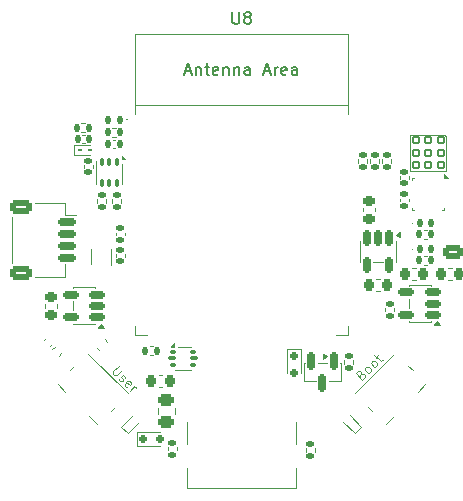
<source format=gbr>
%TF.GenerationSoftware,KiCad,Pcbnew,9.0.6*%
%TF.CreationDate,2026-01-06T14:18:23+01:00*%
%TF.ProjectId,EnviroLind,456e7669-726f-44c6-996e-642e6b696361,rev?*%
%TF.SameCoordinates,Original*%
%TF.FileFunction,Legend,Top*%
%TF.FilePolarity,Positive*%
%FSLAX46Y46*%
G04 Gerber Fmt 4.6, Leading zero omitted, Abs format (unit mm)*
G04 Created by KiCad (PCBNEW 9.0.6) date 2026-01-06 14:18:23*
%MOMM*%
%LPD*%
G01*
G04 APERTURE LIST*
G04 Aperture macros list*
%AMRoundRect*
0 Rectangle with rounded corners*
0 $1 Rounding radius*
0 $2 $3 $4 $5 $6 $7 $8 $9 X,Y pos of 4 corners*
0 Add a 4 corners polygon primitive as box body*
4,1,4,$2,$3,$4,$5,$6,$7,$8,$9,$2,$3,0*
0 Add four circle primitives for the rounded corners*
1,1,$1+$1,$2,$3*
1,1,$1+$1,$4,$5*
1,1,$1+$1,$6,$7*
1,1,$1+$1,$8,$9*
0 Add four rect primitives between the rounded corners*
20,1,$1+$1,$2,$3,$4,$5,0*
20,1,$1+$1,$4,$5,$6,$7,0*
20,1,$1+$1,$6,$7,$8,$9,0*
20,1,$1+$1,$8,$9,$2,$3,0*%
%AMRotRect*
0 Rectangle, with rotation*
0 The origin of the aperture is its center*
0 $1 length*
0 $2 width*
0 $3 Rotation angle, in degrees counterclockwise*
0 Add horizontal line*
21,1,$1,$2,0,0,$3*%
G04 Aperture macros list end*
%ADD10C,0.100000*%
%ADD11C,0.150000*%
%ADD12C,0.120000*%
%ADD13RoundRect,0.135000X-0.135000X-0.185000X0.135000X-0.185000X0.135000X0.185000X-0.135000X0.185000X0*%
%ADD14RoundRect,0.243750X0.456250X-0.243750X0.456250X0.243750X-0.456250X0.243750X-0.456250X-0.243750X0*%
%ADD15RoundRect,0.140000X0.140000X0.170000X-0.140000X0.170000X-0.140000X-0.170000X0.140000X-0.170000X0*%
%ADD16RoundRect,0.135000X0.185000X-0.135000X0.185000X0.135000X-0.185000X0.135000X-0.185000X-0.135000X0*%
%ADD17RoundRect,0.225000X0.225000X0.250000X-0.225000X0.250000X-0.225000X-0.250000X0.225000X-0.250000X0*%
%ADD18RotRect,1.550000X1.000000X315.000000*%
%ADD19RoundRect,0.140000X0.170000X-0.140000X0.170000X0.140000X-0.170000X0.140000X-0.170000X-0.140000X0*%
%ADD20R,0.500000X0.350000*%
%ADD21R,1.200000X0.600000*%
%ADD22RoundRect,0.140000X-0.170000X0.140000X-0.170000X-0.140000X0.170000X-0.140000X0.170000X0.140000X0*%
%ADD23RoundRect,0.135000X0.135000X0.185000X-0.135000X0.185000X-0.135000X-0.185000X0.135000X-0.185000X0*%
%ADD24RoundRect,0.150000X0.150000X0.200000X-0.150000X0.200000X-0.150000X-0.200000X0.150000X-0.200000X0*%
%ADD25RoundRect,0.093750X-0.156250X-0.093750X0.156250X-0.093750X0.156250X0.093750X-0.156250X0.093750X0*%
%ADD26RoundRect,0.075000X-0.250000X-0.075000X0.250000X-0.075000X0.250000X0.075000X-0.250000X0.075000X0*%
%ADD27RoundRect,0.150000X0.200000X-0.150000X0.200000X0.150000X-0.200000X0.150000X-0.200000X-0.150000X0*%
%ADD28RoundRect,0.225000X-0.335876X-0.017678X-0.017678X-0.335876X0.335876X0.017678X0.017678X0.335876X0*%
%ADD29R,1.500000X0.900000*%
%ADD30R,0.800000X0.800000*%
%ADD31RoundRect,0.150000X0.512500X0.150000X-0.512500X0.150000X-0.512500X-0.150000X0.512500X-0.150000X0*%
%ADD32RoundRect,0.062500X-0.127279X0.038891X0.038891X-0.127279X0.127279X-0.038891X-0.038891X0.127279X0*%
%ADD33RoundRect,0.147500X0.147500X0.172500X-0.147500X0.172500X-0.147500X-0.172500X0.147500X-0.172500X0*%
%ADD34RoundRect,0.150000X-0.150000X0.587500X-0.150000X-0.587500X0.150000X-0.587500X0.150000X0.587500X0*%
%ADD35R,1.800000X1.000000*%
%ADD36RoundRect,0.225000X-0.225000X-0.250000X0.225000X-0.250000X0.225000X0.250000X-0.225000X0.250000X0*%
%ADD37RotRect,1.550000X1.000000X45.000000*%
%ADD38RoundRect,0.150000X-0.150000X0.512500X-0.150000X-0.512500X0.150000X-0.512500X0.150000X0.512500X0*%
%ADD39RoundRect,0.150000X-0.625000X0.150000X-0.625000X-0.150000X0.625000X-0.150000X0.625000X0.150000X0*%
%ADD40RoundRect,0.250000X-0.650000X0.350000X-0.650000X-0.350000X0.650000X-0.350000X0.650000X0.350000X0*%
%ADD41RoundRect,0.147500X-0.147500X-0.172500X0.147500X-0.172500X0.147500X0.172500X-0.147500X0.172500X0*%
%ADD42RoundRect,0.135000X-0.035355X0.226274X-0.226274X0.035355X0.035355X-0.226274X0.226274X-0.035355X0*%
%ADD43RoundRect,0.075000X-0.075000X0.250000X-0.075000X-0.250000X0.075000X-0.250000X0.075000X0.250000X0*%
%ADD44RoundRect,0.062500X0.038891X0.127279X-0.127279X-0.038891X-0.038891X-0.127279X0.127279X0.038891X0*%
%ADD45RoundRect,0.135000X-0.185000X0.135000X-0.185000X-0.135000X0.185000X-0.135000X0.185000X0.135000X0*%
%ADD46RoundRect,0.225000X0.250000X-0.225000X0.250000X0.225000X-0.250000X0.225000X-0.250000X-0.225000X0*%
%ADD47C,0.650000*%
%ADD48R,0.300000X1.150000*%
%ADD49O,1.000000X2.100000*%
%ADD50O,1.000000X1.600000*%
%ADD51RoundRect,0.062500X0.117500X0.062500X-0.117500X0.062500X-0.117500X-0.062500X0.117500X-0.062500X0*%
%ADD52RoundRect,0.070000X-0.280000X0.280000X-0.280000X-0.280000X0.280000X-0.280000X0.280000X0.280000X0*%
%ADD53RoundRect,0.140000X-0.021213X0.219203X-0.219203X0.021213X0.021213X-0.219203X0.219203X-0.021213X0*%
%ADD54RoundRect,0.250000X0.625000X-0.350000X0.625000X0.350000X-0.625000X0.350000X-0.625000X-0.350000X0*%
%ADD55O,1.750000X1.200000*%
G04 APERTURE END LIST*
D10*
X91193543Y-112269812D02*
X90735607Y-112727748D01*
X90735607Y-112727748D02*
X90708670Y-112808560D01*
X90708670Y-112808560D02*
X90708670Y-112862435D01*
X90708670Y-112862435D02*
X90735607Y-112943247D01*
X90735607Y-112943247D02*
X90843357Y-113050997D01*
X90843357Y-113050997D02*
X90924169Y-113077934D01*
X90924169Y-113077934D02*
X90978044Y-113077934D01*
X90978044Y-113077934D02*
X91058856Y-113050997D01*
X91058856Y-113050997D02*
X91516792Y-112593061D01*
X91220480Y-113374245D02*
X91247418Y-113455058D01*
X91247418Y-113455058D02*
X91355167Y-113562807D01*
X91355167Y-113562807D02*
X91435980Y-113589745D01*
X91435980Y-113589745D02*
X91516792Y-113562807D01*
X91516792Y-113562807D02*
X91543729Y-113535870D01*
X91543729Y-113535870D02*
X91570667Y-113455058D01*
X91570667Y-113455058D02*
X91543729Y-113374245D01*
X91543729Y-113374245D02*
X91462917Y-113293433D01*
X91462917Y-113293433D02*
X91435980Y-113212621D01*
X91435980Y-113212621D02*
X91462917Y-113131809D01*
X91462917Y-113131809D02*
X91489854Y-113104871D01*
X91489854Y-113104871D02*
X91570667Y-113077934D01*
X91570667Y-113077934D02*
X91651479Y-113104871D01*
X91651479Y-113104871D02*
X91732291Y-113185684D01*
X91732291Y-113185684D02*
X91759228Y-113266496D01*
X91920853Y-114074618D02*
X91840041Y-114047680D01*
X91840041Y-114047680D02*
X91732291Y-113939931D01*
X91732291Y-113939931D02*
X91705354Y-113859119D01*
X91705354Y-113859119D02*
X91732291Y-113778306D01*
X91732291Y-113778306D02*
X91947790Y-113562807D01*
X91947790Y-113562807D02*
X92028602Y-113535870D01*
X92028602Y-113535870D02*
X92109415Y-113562807D01*
X92109415Y-113562807D02*
X92217164Y-113670557D01*
X92217164Y-113670557D02*
X92244102Y-113751369D01*
X92244102Y-113751369D02*
X92217164Y-113832181D01*
X92217164Y-113832181D02*
X92163289Y-113886056D01*
X92163289Y-113886056D02*
X91840041Y-113670557D01*
X92163289Y-114370929D02*
X92540413Y-113993805D01*
X92432663Y-114101555D02*
X92513475Y-114074618D01*
X92513475Y-114074618D02*
X92567350Y-114074618D01*
X92567350Y-114074618D02*
X92648162Y-114101555D01*
X92648162Y-114101555D02*
X92702037Y-114155430D01*
D11*
X100838095Y-82333819D02*
X100838095Y-83143342D01*
X100838095Y-83143342D02*
X100885714Y-83238580D01*
X100885714Y-83238580D02*
X100933333Y-83286200D01*
X100933333Y-83286200D02*
X101028571Y-83333819D01*
X101028571Y-83333819D02*
X101219047Y-83333819D01*
X101219047Y-83333819D02*
X101314285Y-83286200D01*
X101314285Y-83286200D02*
X101361904Y-83238580D01*
X101361904Y-83238580D02*
X101409523Y-83143342D01*
X101409523Y-83143342D02*
X101409523Y-82333819D01*
X102028571Y-82762390D02*
X101933333Y-82714771D01*
X101933333Y-82714771D02*
X101885714Y-82667152D01*
X101885714Y-82667152D02*
X101838095Y-82571914D01*
X101838095Y-82571914D02*
X101838095Y-82524295D01*
X101838095Y-82524295D02*
X101885714Y-82429057D01*
X101885714Y-82429057D02*
X101933333Y-82381438D01*
X101933333Y-82381438D02*
X102028571Y-82333819D01*
X102028571Y-82333819D02*
X102219047Y-82333819D01*
X102219047Y-82333819D02*
X102314285Y-82381438D01*
X102314285Y-82381438D02*
X102361904Y-82429057D01*
X102361904Y-82429057D02*
X102409523Y-82524295D01*
X102409523Y-82524295D02*
X102409523Y-82571914D01*
X102409523Y-82571914D02*
X102361904Y-82667152D01*
X102361904Y-82667152D02*
X102314285Y-82714771D01*
X102314285Y-82714771D02*
X102219047Y-82762390D01*
X102219047Y-82762390D02*
X102028571Y-82762390D01*
X102028571Y-82762390D02*
X101933333Y-82810009D01*
X101933333Y-82810009D02*
X101885714Y-82857628D01*
X101885714Y-82857628D02*
X101838095Y-82952866D01*
X101838095Y-82952866D02*
X101838095Y-83143342D01*
X101838095Y-83143342D02*
X101885714Y-83238580D01*
X101885714Y-83238580D02*
X101933333Y-83286200D01*
X101933333Y-83286200D02*
X102028571Y-83333819D01*
X102028571Y-83333819D02*
X102219047Y-83333819D01*
X102219047Y-83333819D02*
X102314285Y-83286200D01*
X102314285Y-83286200D02*
X102361904Y-83238580D01*
X102361904Y-83238580D02*
X102409523Y-83143342D01*
X102409523Y-83143342D02*
X102409523Y-82952866D01*
X102409523Y-82952866D02*
X102361904Y-82857628D01*
X102361904Y-82857628D02*
X102314285Y-82810009D01*
X102314285Y-82810009D02*
X102219047Y-82762390D01*
X96838094Y-87348104D02*
X97314284Y-87348104D01*
X96742856Y-87633819D02*
X97076189Y-86633819D01*
X97076189Y-86633819D02*
X97409522Y-87633819D01*
X97742856Y-86967152D02*
X97742856Y-87633819D01*
X97742856Y-87062390D02*
X97790475Y-87014771D01*
X97790475Y-87014771D02*
X97885713Y-86967152D01*
X97885713Y-86967152D02*
X98028570Y-86967152D01*
X98028570Y-86967152D02*
X98123808Y-87014771D01*
X98123808Y-87014771D02*
X98171427Y-87110009D01*
X98171427Y-87110009D02*
X98171427Y-87633819D01*
X98504761Y-86967152D02*
X98885713Y-86967152D01*
X98647618Y-86633819D02*
X98647618Y-87490961D01*
X98647618Y-87490961D02*
X98695237Y-87586200D01*
X98695237Y-87586200D02*
X98790475Y-87633819D01*
X98790475Y-87633819D02*
X98885713Y-87633819D01*
X99599999Y-87586200D02*
X99504761Y-87633819D01*
X99504761Y-87633819D02*
X99314285Y-87633819D01*
X99314285Y-87633819D02*
X99219047Y-87586200D01*
X99219047Y-87586200D02*
X99171428Y-87490961D01*
X99171428Y-87490961D02*
X99171428Y-87110009D01*
X99171428Y-87110009D02*
X99219047Y-87014771D01*
X99219047Y-87014771D02*
X99314285Y-86967152D01*
X99314285Y-86967152D02*
X99504761Y-86967152D01*
X99504761Y-86967152D02*
X99599999Y-87014771D01*
X99599999Y-87014771D02*
X99647618Y-87110009D01*
X99647618Y-87110009D02*
X99647618Y-87205247D01*
X99647618Y-87205247D02*
X99171428Y-87300485D01*
X100076190Y-86967152D02*
X100076190Y-87633819D01*
X100076190Y-87062390D02*
X100123809Y-87014771D01*
X100123809Y-87014771D02*
X100219047Y-86967152D01*
X100219047Y-86967152D02*
X100361904Y-86967152D01*
X100361904Y-86967152D02*
X100457142Y-87014771D01*
X100457142Y-87014771D02*
X100504761Y-87110009D01*
X100504761Y-87110009D02*
X100504761Y-87633819D01*
X100980952Y-86967152D02*
X100980952Y-87633819D01*
X100980952Y-87062390D02*
X101028571Y-87014771D01*
X101028571Y-87014771D02*
X101123809Y-86967152D01*
X101123809Y-86967152D02*
X101266666Y-86967152D01*
X101266666Y-86967152D02*
X101361904Y-87014771D01*
X101361904Y-87014771D02*
X101409523Y-87110009D01*
X101409523Y-87110009D02*
X101409523Y-87633819D01*
X102314285Y-87633819D02*
X102314285Y-87110009D01*
X102314285Y-87110009D02*
X102266666Y-87014771D01*
X102266666Y-87014771D02*
X102171428Y-86967152D01*
X102171428Y-86967152D02*
X101980952Y-86967152D01*
X101980952Y-86967152D02*
X101885714Y-87014771D01*
X102314285Y-87586200D02*
X102219047Y-87633819D01*
X102219047Y-87633819D02*
X101980952Y-87633819D01*
X101980952Y-87633819D02*
X101885714Y-87586200D01*
X101885714Y-87586200D02*
X101838095Y-87490961D01*
X101838095Y-87490961D02*
X101838095Y-87395723D01*
X101838095Y-87395723D02*
X101885714Y-87300485D01*
X101885714Y-87300485D02*
X101980952Y-87252866D01*
X101980952Y-87252866D02*
X102219047Y-87252866D01*
X102219047Y-87252866D02*
X102314285Y-87205247D01*
X103504762Y-87348104D02*
X103980952Y-87348104D01*
X103409524Y-87633819D02*
X103742857Y-86633819D01*
X103742857Y-86633819D02*
X104076190Y-87633819D01*
X104409524Y-87633819D02*
X104409524Y-86967152D01*
X104409524Y-87157628D02*
X104457143Y-87062390D01*
X104457143Y-87062390D02*
X104504762Y-87014771D01*
X104504762Y-87014771D02*
X104600000Y-86967152D01*
X104600000Y-86967152D02*
X104695238Y-86967152D01*
X105409524Y-87586200D02*
X105314286Y-87633819D01*
X105314286Y-87633819D02*
X105123810Y-87633819D01*
X105123810Y-87633819D02*
X105028572Y-87586200D01*
X105028572Y-87586200D02*
X104980953Y-87490961D01*
X104980953Y-87490961D02*
X104980953Y-87110009D01*
X104980953Y-87110009D02*
X105028572Y-87014771D01*
X105028572Y-87014771D02*
X105123810Y-86967152D01*
X105123810Y-86967152D02*
X105314286Y-86967152D01*
X105314286Y-86967152D02*
X105409524Y-87014771D01*
X105409524Y-87014771D02*
X105457143Y-87110009D01*
X105457143Y-87110009D02*
X105457143Y-87205247D01*
X105457143Y-87205247D02*
X104980953Y-87300485D01*
X106314286Y-87633819D02*
X106314286Y-87110009D01*
X106314286Y-87110009D02*
X106266667Y-87014771D01*
X106266667Y-87014771D02*
X106171429Y-86967152D01*
X106171429Y-86967152D02*
X105980953Y-86967152D01*
X105980953Y-86967152D02*
X105885715Y-87014771D01*
X106314286Y-87586200D02*
X106219048Y-87633819D01*
X106219048Y-87633819D02*
X105980953Y-87633819D01*
X105980953Y-87633819D02*
X105885715Y-87586200D01*
X105885715Y-87586200D02*
X105838096Y-87490961D01*
X105838096Y-87490961D02*
X105838096Y-87395723D01*
X105838096Y-87395723D02*
X105885715Y-87300485D01*
X105885715Y-87300485D02*
X105980953Y-87252866D01*
X105980953Y-87252866D02*
X106219048Y-87252866D01*
X106219048Y-87252866D02*
X106314286Y-87205247D01*
D10*
X111723679Y-112989737D02*
X111831429Y-112935862D01*
X111831429Y-112935862D02*
X111885303Y-112935862D01*
X111885303Y-112935862D02*
X111966116Y-112962800D01*
X111966116Y-112962800D02*
X112046928Y-113043612D01*
X112046928Y-113043612D02*
X112073865Y-113124424D01*
X112073865Y-113124424D02*
X112073865Y-113178299D01*
X112073865Y-113178299D02*
X112046928Y-113259111D01*
X112046928Y-113259111D02*
X111831429Y-113474610D01*
X111831429Y-113474610D02*
X111265743Y-112908925D01*
X111265743Y-112908925D02*
X111454305Y-112720363D01*
X111454305Y-112720363D02*
X111535117Y-112693426D01*
X111535117Y-112693426D02*
X111588992Y-112693426D01*
X111588992Y-112693426D02*
X111669804Y-112720363D01*
X111669804Y-112720363D02*
X111723679Y-112774238D01*
X111723679Y-112774238D02*
X111750616Y-112855050D01*
X111750616Y-112855050D02*
X111750616Y-112908925D01*
X111750616Y-112908925D02*
X111723679Y-112989737D01*
X111723679Y-112989737D02*
X111535117Y-113178299D01*
X112477926Y-112828113D02*
X112397114Y-112855050D01*
X112397114Y-112855050D02*
X112343239Y-112855050D01*
X112343239Y-112855050D02*
X112262427Y-112828113D01*
X112262427Y-112828113D02*
X112100803Y-112666488D01*
X112100803Y-112666488D02*
X112073865Y-112585676D01*
X112073865Y-112585676D02*
X112073865Y-112531801D01*
X112073865Y-112531801D02*
X112100803Y-112450989D01*
X112100803Y-112450989D02*
X112181615Y-112370177D01*
X112181615Y-112370177D02*
X112262427Y-112343239D01*
X112262427Y-112343239D02*
X112316302Y-112343239D01*
X112316302Y-112343239D02*
X112397114Y-112370177D01*
X112397114Y-112370177D02*
X112558738Y-112531801D01*
X112558738Y-112531801D02*
X112585676Y-112612613D01*
X112585676Y-112612613D02*
X112585676Y-112666488D01*
X112585676Y-112666488D02*
X112558738Y-112747300D01*
X112558738Y-112747300D02*
X112477926Y-112828113D01*
X112989737Y-112316302D02*
X112908925Y-112343239D01*
X112908925Y-112343239D02*
X112855050Y-112343239D01*
X112855050Y-112343239D02*
X112774238Y-112316302D01*
X112774238Y-112316302D02*
X112612614Y-112154677D01*
X112612614Y-112154677D02*
X112585676Y-112073865D01*
X112585676Y-112073865D02*
X112585676Y-112019990D01*
X112585676Y-112019990D02*
X112612614Y-111939178D01*
X112612614Y-111939178D02*
X112693426Y-111858366D01*
X112693426Y-111858366D02*
X112774238Y-111831428D01*
X112774238Y-111831428D02*
X112828113Y-111831428D01*
X112828113Y-111831428D02*
X112908925Y-111858366D01*
X112908925Y-111858366D02*
X113070549Y-112019990D01*
X113070549Y-112019990D02*
X113097487Y-112100802D01*
X113097487Y-112100802D02*
X113097487Y-112154677D01*
X113097487Y-112154677D02*
X113070549Y-112235489D01*
X113070549Y-112235489D02*
X112989737Y-112316302D01*
X112962800Y-111588991D02*
X113178299Y-111373492D01*
X112855051Y-111319617D02*
X113339924Y-111804491D01*
X113339924Y-111804491D02*
X113420736Y-111831428D01*
X113420736Y-111831428D02*
X113501548Y-111804491D01*
X113501548Y-111804491D02*
X113555423Y-111750616D01*
D12*
%TO.C,R12*%
X117018559Y-100762800D02*
X117325841Y-100762800D01*
X117018559Y-101522800D02*
X117325841Y-101522800D01*
%TO.C,FB1*%
X94540000Y-116336578D02*
X94540000Y-115819422D01*
X95960000Y-116336578D02*
X95960000Y-115819422D01*
%TO.C,C5*%
X88322036Y-92705600D02*
X88106364Y-92705600D01*
X88322036Y-93425600D02*
X88106364Y-93425600D01*
%TO.C,R2*%
X107058000Y-119559041D02*
X107058000Y-119251759D01*
X107818000Y-119559041D02*
X107818000Y-119251759D01*
%TO.C,C13*%
X119393580Y-104011000D02*
X119112420Y-104011000D01*
X119393580Y-105031000D02*
X119112420Y-105031000D01*
%TO.C,SW4*%
X86029705Y-113846894D02*
X86683778Y-114500967D01*
X87461596Y-112273581D02*
X87072687Y-112662490D01*
X88646000Y-111230599D02*
X91969401Y-114554000D01*
X88699033Y-116516222D02*
X89353106Y-117170295D01*
X90926419Y-115738404D02*
X90537510Y-116127313D01*
%TO.C,R5*%
X112523000Y-95070341D02*
X112523000Y-94763059D01*
X113283000Y-95070341D02*
X113283000Y-94763059D01*
%TO.C,C8*%
X115032200Y-98327036D02*
X115032200Y-98111364D01*
X115752200Y-98327036D02*
X115752200Y-98111364D01*
D10*
%TO.C,U5*%
X116029800Y-96379400D02*
X116029800Y-96529400D01*
X116039800Y-96379400D02*
X116189800Y-96379400D01*
X116039800Y-99079400D02*
X116039800Y-98929400D01*
X116039800Y-99079400D02*
X116189800Y-99079400D01*
X118739800Y-98929400D02*
X118739800Y-99079400D01*
X118739800Y-99079400D02*
X118589800Y-99079400D01*
D12*
X119099800Y-96379400D02*
X118739800Y-96379400D01*
X118739800Y-96019400D01*
X119099800Y-96379400D01*
G36*
X119099800Y-96379400D02*
G01*
X118739800Y-96379400D01*
X118739800Y-96019400D01*
X119099800Y-96379400D01*
G37*
%TO.C,C9*%
X90978400Y-102838364D02*
X90978400Y-103054036D01*
X91698400Y-102838364D02*
X91698400Y-103054036D01*
%TO.C,R10*%
X88342441Y-91745800D02*
X88035159Y-91745800D01*
X88342441Y-92505800D02*
X88035159Y-92505800D01*
%TO.C,D2*%
X92720000Y-117891000D02*
X92720000Y-119091000D01*
X94680000Y-117891000D02*
X92720000Y-117891000D01*
X94680000Y-119091000D02*
X92720000Y-119091000D01*
%TO.C,U2*%
X97297000Y-110643000D02*
X96247000Y-110643000D01*
X97297000Y-112623000D02*
X95997000Y-112623000D01*
X95877000Y-110643000D02*
X95597000Y-110643000D01*
X95877000Y-110363000D01*
X95877000Y-110643000D01*
G36*
X95877000Y-110643000D02*
G01*
X95597000Y-110643000D01*
X95877000Y-110363000D01*
X95877000Y-110643000D01*
G37*
%TO.C,C10*%
X115032200Y-96206364D02*
X115032200Y-96422036D01*
X115752200Y-96206364D02*
X115752200Y-96422036D01*
%TO.C,D9*%
X105445000Y-112841000D02*
X105445000Y-110881000D01*
X106645000Y-110881000D02*
X105445000Y-110881000D01*
X106645000Y-112841000D02*
X106645000Y-110881000D01*
%TO.C,C1*%
X89328970Y-110751219D02*
X89527781Y-110950030D01*
X90050219Y-110029970D02*
X90249030Y-110228781D01*
%TO.C,U8*%
X92600000Y-84179000D02*
X92600000Y-90929000D01*
X92600000Y-84179000D02*
X110600000Y-84179000D01*
X92600000Y-108929000D02*
X92600000Y-109679000D01*
X92600000Y-109679000D02*
X93600000Y-109679000D01*
X110600000Y-84179000D02*
X110600000Y-90929000D01*
X110600000Y-90179000D02*
X92600000Y-90179000D01*
X110600000Y-108929000D02*
X110600000Y-109679000D01*
X110600000Y-109679000D02*
X109600000Y-109679000D01*
%TO.C,U3*%
X87355000Y-105628000D02*
X89175000Y-105628000D01*
X87355000Y-105678000D02*
X87355000Y-105628000D01*
X87355000Y-107578000D02*
X87355000Y-106798000D01*
X87355000Y-108748000D02*
X87355000Y-108698000D01*
X89175000Y-105628000D02*
X89175000Y-105678000D01*
X89175000Y-108698000D02*
X89175000Y-108748000D01*
X89175000Y-108748000D02*
X87355000Y-108748000D01*
X89955000Y-109028000D02*
X89475000Y-109028000D01*
X89715000Y-108698000D01*
X89955000Y-109028000D01*
G36*
X89955000Y-109028000D02*
G01*
X89475000Y-109028000D01*
X89715000Y-108698000D01*
X89955000Y-109028000D01*
G37*
%TO.C,D5*%
X110234604Y-117023289D02*
X111196269Y-117984955D01*
X110800289Y-116457604D02*
X111761955Y-117419269D01*
X111196269Y-117984955D02*
X111761955Y-117419269D01*
D10*
%TO.C,D1*%
X91945000Y-91440000D02*
G75*
G02*
X91845000Y-91440000I-50000J0D01*
G01*
X91845000Y-91440000D02*
G75*
G02*
X91945000Y-91440000I50000J0D01*
G01*
D12*
%TO.C,Q1*%
X106898000Y-112016000D02*
X106948000Y-112016000D01*
X106898000Y-113536000D02*
X106898000Y-112016000D01*
X107898000Y-113536000D02*
X106898000Y-113536000D01*
X108068000Y-112016000D02*
X108848000Y-112016000D01*
X109968000Y-112016000D02*
X110018000Y-112016000D01*
X110018000Y-112016000D02*
X110018000Y-113536000D01*
X110018000Y-113536000D02*
X109018000Y-113536000D01*
X108838000Y-111476000D02*
X108508000Y-111716000D01*
X108508000Y-111236000D01*
X108838000Y-111476000D01*
G36*
X108838000Y-111476000D02*
G01*
X108508000Y-111716000D01*
X108508000Y-111236000D01*
X108838000Y-111476000D01*
G37*
%TO.C,R15*%
X110303000Y-112117141D02*
X110303000Y-111809859D01*
X111063000Y-112117141D02*
X111063000Y-111809859D01*
%TO.C,Y1*%
X88837800Y-102347400D02*
X88837800Y-103697400D01*
X90587800Y-102347400D02*
X90587800Y-103697400D01*
%TO.C,C4*%
X113297580Y-104894500D02*
X113016420Y-104894500D01*
X113297580Y-105914500D02*
X113016420Y-105914500D01*
%TO.C,R8*%
X89409000Y-98451641D02*
X89409000Y-98144359D01*
X90169000Y-98451641D02*
X90169000Y-98144359D01*
%TO.C,F1*%
X94601420Y-113028000D02*
X94882580Y-113028000D01*
X94601420Y-114048000D02*
X94882580Y-114048000D01*
%TO.C,SW3*%
X111230599Y-114554000D02*
X114554000Y-111230599D01*
X112273581Y-115738404D02*
X112662490Y-116127313D01*
X113846894Y-117170295D02*
X114500967Y-116516222D01*
X115738404Y-112273581D02*
X116127313Y-112662490D01*
X116516222Y-114500967D02*
X117170295Y-113846894D01*
%TO.C,U1*%
X115797500Y-105435000D02*
X117617500Y-105435000D01*
X115797500Y-105485000D02*
X115797500Y-105435000D01*
X115797500Y-107385000D02*
X115797500Y-106605000D01*
X115797500Y-108555000D02*
X115797500Y-108505000D01*
X117617500Y-105435000D02*
X117617500Y-105485000D01*
X117617500Y-108505000D02*
X117617500Y-108555000D01*
X117617500Y-108555000D02*
X115797500Y-108555000D01*
X118397500Y-108835000D02*
X117917500Y-108835000D01*
X118157500Y-108505000D01*
X118397500Y-108835000D01*
G36*
X118397500Y-108835000D02*
G01*
X117917500Y-108835000D01*
X118157500Y-108505000D01*
X118397500Y-108835000D01*
G37*
%TO.C,C6*%
X90912836Y-93137400D02*
X90697164Y-93137400D01*
X90912836Y-93857400D02*
X90697164Y-93857400D01*
%TO.C,R4*%
X111507000Y-95070341D02*
X111507000Y-94763059D01*
X112267000Y-95070341D02*
X112267000Y-94763059D01*
%TO.C,R11*%
X117014559Y-102947200D02*
X117321841Y-102947200D01*
X117014559Y-103707200D02*
X117321841Y-103707200D01*
%TO.C,U4*%
X111597000Y-101700500D02*
X111647000Y-101700500D01*
X111597000Y-103520500D02*
X111597000Y-101700500D01*
X111647000Y-103520500D02*
X111597000Y-103520500D01*
X113547000Y-103520500D02*
X112767000Y-103520500D01*
X114667000Y-101700500D02*
X114717000Y-101700500D01*
X114717000Y-101700500D02*
X114717000Y-103520500D01*
X114717000Y-103520500D02*
X114667000Y-103520500D01*
X114997000Y-101400500D02*
X114667000Y-101160500D01*
X114997000Y-100920500D01*
X114997000Y-101400500D01*
G36*
X114997000Y-101400500D02*
G01*
X114667000Y-101160500D01*
X114997000Y-100920500D01*
X114997000Y-101400500D01*
G37*
%TO.C,C7*%
X88286000Y-95484836D02*
X88286000Y-95269164D01*
X89006000Y-95484836D02*
X89006000Y-95269164D01*
%TO.C,J2*%
X82151000Y-99660000D02*
X82151000Y-103540000D01*
X84121000Y-98490000D02*
X86621000Y-98490000D01*
X84121000Y-104710000D02*
X86621000Y-104710000D01*
X86621000Y-98490000D02*
X86621000Y-99540000D01*
X86621000Y-99540000D02*
X87611000Y-99540000D01*
X86621000Y-104710000D02*
X86621000Y-103660000D01*
D10*
%TO.C,D8*%
X116134200Y-100203000D02*
G75*
G02*
X116034200Y-100203000I-50000J0D01*
G01*
X116034200Y-100203000D02*
G75*
G02*
X116134200Y-100203000I50000J0D01*
G01*
D12*
%TO.C,R6*%
X113539000Y-95070341D02*
X113539000Y-94763059D01*
X114299000Y-95070341D02*
X114299000Y-94763059D01*
%TO.C,R1*%
X95374000Y-119432041D02*
X95374000Y-119124759D01*
X96134000Y-119432041D02*
X96134000Y-119124759D01*
%TO.C,R14*%
X85802751Y-110662248D02*
X85585470Y-110879529D01*
X86340152Y-111199649D02*
X86122871Y-111416930D01*
%TO.C,R3*%
X90958641Y-92101400D02*
X90651359Y-92101400D01*
X90958641Y-92861400D02*
X90651359Y-92861400D01*
%TO.C,R7*%
X90679000Y-98451641D02*
X90679000Y-98144359D01*
X91439000Y-98451641D02*
X91439000Y-98144359D01*
%TO.C,U7*%
X89324000Y-94905000D02*
X89324000Y-96875000D01*
X91524000Y-95185000D02*
X91524000Y-96885000D01*
X91764000Y-94785000D02*
X91484000Y-94785000D01*
X91484000Y-94505000D01*
X91764000Y-94785000D01*
G36*
X91764000Y-94785000D02*
G01*
X91484000Y-94785000D01*
X91484000Y-94505000D01*
X91764000Y-94785000D01*
G37*
%TO.C,C11*%
X90978400Y-101225236D02*
X90978400Y-101009564D01*
X91698400Y-101225236D02*
X91698400Y-101009564D01*
%TO.C,D6*%
X91438045Y-117419269D02*
X92003731Y-117984955D01*
X92399711Y-116457604D02*
X91438045Y-117419269D01*
X92965396Y-117023289D02*
X92003731Y-117984955D01*
%TO.C,R9*%
X113787500Y-107351359D02*
X113787500Y-107658641D01*
X114547500Y-107351359D02*
X114547500Y-107658641D01*
%TO.C,C3*%
X111885000Y-99200580D02*
X111885000Y-98919420D01*
X112905000Y-99200580D02*
X112905000Y-98919420D01*
%TO.C,J1*%
X97016000Y-117009000D02*
X97016000Y-118929000D01*
X97016000Y-122644000D02*
X97016000Y-120939000D01*
X106176000Y-118929000D02*
X106176000Y-117009000D01*
X106176000Y-120939000D02*
X106176000Y-122644000D01*
X106176000Y-122644000D02*
X97016000Y-122644000D01*
%TO.C,C14*%
X116064420Y-104011000D02*
X116345580Y-104011000D01*
X116064420Y-105031000D02*
X116345580Y-105031000D01*
%TO.C,D4*%
X87455800Y-93580000D02*
X87455800Y-94380000D01*
X88815800Y-93580000D02*
X87455800Y-93580000D01*
X88815800Y-94380000D02*
X87455800Y-94380000D01*
%TO.C,C2*%
X84961000Y-107353980D02*
X84961000Y-107072820D01*
X85981000Y-107353980D02*
X85981000Y-107072820D01*
%TO.C,R13*%
X94131641Y-110618000D02*
X93824359Y-110618000D01*
X94131641Y-111378000D02*
X93824359Y-111378000D01*
D10*
%TO.C,U6*%
X115900200Y-92710000D02*
X115900200Y-94742000D01*
X115900200Y-94742000D02*
X115900200Y-95758000D01*
X118694200Y-92710000D02*
X115900200Y-92710000D01*
X118948200Y-92964000D02*
X118948200Y-95250000D01*
X118948200Y-95758000D02*
X115900200Y-95758000D01*
X118948200Y-95758000D02*
X118948200Y-95250000D01*
X118948200Y-92964000D02*
X118948190Y-92961250D01*
X118948160Y-92958519D01*
X118948111Y-92955808D01*
X118948042Y-92953117D01*
X118947953Y-92950445D01*
X118947845Y-92947793D01*
X118947718Y-92945160D01*
X118947572Y-92942546D01*
X118947407Y-92939951D01*
X118947224Y-92937375D01*
X118947021Y-92934817D01*
X118946800Y-92932278D01*
X118946561Y-92929757D01*
X118946304Y-92927255D01*
X118946028Y-92924770D01*
X118945734Y-92922305D01*
X118945422Y-92919855D01*
X118945093Y-92917425D01*
X118944746Y-92915011D01*
X118944381Y-92912616D01*
X118943998Y-92910237D01*
X118943599Y-92907876D01*
X118943182Y-92905531D01*
X118942747Y-92903204D01*
X118942296Y-92900892D01*
X118941828Y-92898599D01*
X118941342Y-92896321D01*
X118940840Y-92894061D01*
X118940321Y-92891815D01*
X118939785Y-92889587D01*
X118939233Y-92887373D01*
X118938664Y-92885178D01*
X118938078Y-92882996D01*
X118937477Y-92880832D01*
X118936858Y-92878681D01*
X118936224Y-92876548D01*
X118935573Y-92874427D01*
X118934907Y-92872325D01*
X118933525Y-92868163D01*
X118932080Y-92864060D01*
X118930571Y-92860016D01*
X118928998Y-92856030D01*
X118927363Y-92852100D01*
X118925665Y-92848227D01*
X118923905Y-92844409D01*
X118922082Y-92840646D01*
X118920197Y-92836937D01*
X118918251Y-92833282D01*
X118916242Y-92829679D01*
X118914172Y-92826128D01*
X118912039Y-92822628D01*
X118909845Y-92819180D01*
X118907588Y-92815781D01*
X118905269Y-92812433D01*
X118902888Y-92809134D01*
X118900444Y-92805884D01*
X118897938Y-92802683D01*
X118895369Y-92799530D01*
X118892736Y-92796425D01*
X118890040Y-92793368D01*
X118887280Y-92790358D01*
X118884455Y-92787396D01*
X118881566Y-92784481D01*
X118878612Y-92781613D01*
X118875593Y-92778793D01*
X118872508Y-92776019D01*
X118869356Y-92773293D01*
X118866138Y-92770614D01*
X118862854Y-92767982D01*
X118859502Y-92765398D01*
X118856082Y-92762862D01*
X118852594Y-92760374D01*
X118849037Y-92757935D01*
X118845412Y-92755544D01*
X118841718Y-92753203D01*
X118837955Y-92750912D01*
X118834122Y-92748671D01*
X118830220Y-92746481D01*
X118826249Y-92744342D01*
X118822208Y-92742257D01*
X118818098Y-92740224D01*
X118813919Y-92738245D01*
X118809671Y-92736321D01*
X118805356Y-92734453D01*
X118800974Y-92732642D01*
X118796525Y-92730889D01*
X118792012Y-92729194D01*
X118787436Y-92727560D01*
X118782799Y-92725988D01*
X118778103Y-92724478D01*
X118773351Y-92723032D01*
X118768546Y-92721652D01*
X118763693Y-92720340D01*
X118758796Y-92719096D01*
X118753861Y-92717923D01*
X118748895Y-92716822D01*
X118743907Y-92715795D01*
X118738908Y-92714845D01*
X118733909Y-92713972D01*
X118728927Y-92713180D01*
X118723983Y-92712471D01*
X118719102Y-92711846D01*
X118714318Y-92711309D01*
X118709679Y-92710862D01*
X118705254Y-92710506D01*
X118701148Y-92710245D01*
X118697547Y-92710079D01*
X118694864Y-92710007D01*
X118694200Y-92710000D01*
D12*
%TO.C,C12*%
X85022504Y-109946779D02*
X84870001Y-110099282D01*
X85531621Y-110455896D02*
X85379118Y-110608399D01*
D10*
%TO.C,D7*%
X116130200Y-102387400D02*
G75*
G02*
X116030200Y-102387400I-50000J0D01*
G01*
X116030200Y-102387400D02*
G75*
G02*
X116130200Y-102387400I50000J0D01*
G01*
%TD*%
%LPC*%
D13*
%TO.C,R12*%
X116662200Y-101142800D03*
X117682200Y-101142800D03*
%TD*%
D14*
%TO.C,FB1*%
X95250000Y-117015500D03*
X95250000Y-115140500D03*
%TD*%
D15*
%TO.C,C5*%
X88694200Y-93065600D03*
X87734200Y-93065600D03*
%TD*%
D16*
%TO.C,R2*%
X107438000Y-119915400D03*
X107438000Y-118895400D03*
%TD*%
D17*
%TO.C,C13*%
X120028000Y-104521000D03*
X118478000Y-104521000D03*
%TD*%
D18*
%TO.C,SW4*%
X90254668Y-116657643D03*
X86542357Y-112945332D03*
X91456749Y-115455562D03*
X87744438Y-111743251D03*
%TD*%
D16*
%TO.C,R5*%
X112903000Y-95426700D03*
X112903000Y-94406700D03*
%TD*%
D19*
%TO.C,C8*%
X115392200Y-98699200D03*
X115392200Y-97739200D03*
%TD*%
D20*
%TO.C,U5*%
X118414800Y-96754400D03*
X118414800Y-97404400D03*
X118414800Y-98054400D03*
X118414800Y-98704400D03*
X116364800Y-98704400D03*
X116364800Y-98054400D03*
X116364800Y-97404400D03*
X116364800Y-96754400D03*
%TD*%
D21*
%TO.C,D3*%
X112522000Y-91995700D03*
X114322000Y-91995700D03*
X112522000Y-92945700D03*
X114322000Y-92945700D03*
%TD*%
D22*
%TO.C,C9*%
X91338400Y-102466200D03*
X91338400Y-103426200D03*
%TD*%
D23*
%TO.C,R10*%
X88698800Y-92125800D03*
X87678800Y-92125800D03*
%TD*%
D24*
%TO.C,D2*%
X93280000Y-118491000D03*
X94680000Y-118491000D03*
%TD*%
D25*
%TO.C,U2*%
X95797000Y-111095500D03*
D26*
X95722000Y-111633000D03*
D25*
X95797000Y-112170500D03*
X97497000Y-112170500D03*
D26*
X97572000Y-111633000D03*
D25*
X97497000Y-111095500D03*
%TD*%
D22*
%TO.C,C10*%
X115392200Y-95834200D03*
X115392200Y-96794200D03*
%TD*%
D27*
%TO.C,D9*%
X106045000Y-111441000D03*
X106045000Y-112841000D03*
%TD*%
D28*
%TO.C,C1*%
X89240992Y-109941992D03*
X90337008Y-111038008D03*
%TD*%
D29*
%TO.C,U8*%
X92850000Y-91669000D03*
X92850000Y-92939000D03*
X92850000Y-94209000D03*
X92850000Y-95479000D03*
X92850000Y-96749000D03*
X92850000Y-98019000D03*
X92850000Y-99289000D03*
X92850000Y-100559000D03*
X92850000Y-101829000D03*
X92850000Y-103099000D03*
X92850000Y-104369000D03*
X92850000Y-105639000D03*
X92850000Y-106909000D03*
X92850000Y-108179000D03*
X110350000Y-108179000D03*
X110350000Y-106909000D03*
X110350000Y-105639000D03*
X110350000Y-104369000D03*
X110350000Y-103099000D03*
X110350000Y-101829000D03*
X110350000Y-100559000D03*
X110350000Y-99289000D03*
X110350000Y-98019000D03*
X110350000Y-96749000D03*
X110350000Y-95479000D03*
X110350000Y-94209000D03*
X110350000Y-92939000D03*
X110350000Y-91669000D03*
D30*
X98845000Y-96139000D03*
X98845000Y-97389000D03*
X98845000Y-98639000D03*
X100095000Y-96139000D03*
X100095000Y-97389000D03*
X100095000Y-98639000D03*
X101345000Y-96139000D03*
X101345000Y-97389000D03*
X101345000Y-98639000D03*
%TD*%
D31*
%TO.C,U3*%
X89402500Y-108138000D03*
X89402500Y-107188000D03*
X89402500Y-106238000D03*
X87127500Y-106238000D03*
X87127500Y-108138000D03*
%TD*%
D32*
%TO.C,D5*%
X111167985Y-117390985D03*
X110574015Y-116797015D03*
%TD*%
D33*
%TO.C,D1*%
X91290000Y-91440000D03*
X90320000Y-91440000D03*
%TD*%
D34*
%TO.C,Q1*%
X109408000Y-111838500D03*
X107508000Y-111838500D03*
X108458000Y-113713500D03*
%TD*%
D16*
%TO.C,R15*%
X110683000Y-112473500D03*
X110683000Y-111453500D03*
%TD*%
D35*
%TO.C,Y1*%
X89712800Y-104272400D03*
X89712800Y-101772400D03*
%TD*%
D17*
%TO.C,C4*%
X113932000Y-105404500D03*
X112382000Y-105404500D03*
%TD*%
D16*
%TO.C,R8*%
X89789000Y-98808000D03*
X89789000Y-97788000D03*
%TD*%
D36*
%TO.C,F1*%
X93967000Y-113538000D03*
X95517000Y-113538000D03*
%TD*%
D37*
%TO.C,SW3*%
X116657643Y-112945332D03*
X112945332Y-116657643D03*
X115455562Y-111743251D03*
X111743251Y-115455562D03*
%TD*%
D31*
%TO.C,U1*%
X117845000Y-107945000D03*
X117845000Y-106995000D03*
X117845000Y-106045000D03*
X115570000Y-106045000D03*
X115570000Y-107945000D03*
%TD*%
D15*
%TO.C,C6*%
X91285000Y-93497400D03*
X90325000Y-93497400D03*
%TD*%
D16*
%TO.C,R4*%
X111887000Y-95426700D03*
X111887000Y-94406700D03*
%TD*%
D13*
%TO.C,R11*%
X116658200Y-103327200D03*
X117678200Y-103327200D03*
%TD*%
D38*
%TO.C,U4*%
X114107000Y-101473000D03*
X113157000Y-101473000D03*
X112207000Y-101473000D03*
X112207000Y-103748000D03*
X114107000Y-103748000D03*
%TD*%
D19*
%TO.C,C7*%
X88646000Y-95857000D03*
X88646000Y-94897000D03*
%TD*%
D39*
%TO.C,J2*%
X86836000Y-100100000D03*
X86836000Y-101100000D03*
X86836000Y-102100000D03*
X86836000Y-103100000D03*
D40*
X82961000Y-98800000D03*
X82961000Y-104400000D03*
%TD*%
D41*
%TO.C,D8*%
X116689200Y-100203000D03*
X117659200Y-100203000D03*
%TD*%
D16*
%TO.C,R6*%
X113919000Y-95426700D03*
X113919000Y-94406700D03*
%TD*%
%TO.C,R1*%
X95754000Y-119788400D03*
X95754000Y-118768400D03*
%TD*%
D42*
%TO.C,R14*%
X86323435Y-110678965D03*
X85602187Y-111400213D03*
%TD*%
D23*
%TO.C,R3*%
X91315000Y-92481400D03*
X90295000Y-92481400D03*
%TD*%
D16*
%TO.C,R7*%
X91059000Y-98808000D03*
X91059000Y-97788000D03*
%TD*%
D43*
%TO.C,U7*%
X91074000Y-94985000D03*
X90424000Y-94985000D03*
X89774000Y-94985000D03*
X89774000Y-96785000D03*
X90424000Y-96785000D03*
X91074000Y-96785000D03*
%TD*%
D19*
%TO.C,C11*%
X91338400Y-101597400D03*
X91338400Y-100637400D03*
%TD*%
D44*
%TO.C,D6*%
X92032015Y-117390985D03*
X92625985Y-116797015D03*
%TD*%
D45*
%TO.C,R9*%
X114167500Y-106995000D03*
X114167500Y-108015000D03*
%TD*%
D46*
%TO.C,C3*%
X112395000Y-99835000D03*
X112395000Y-98285000D03*
%TD*%
D47*
%TO.C,J1*%
X98706000Y-116254000D03*
X104486000Y-116254000D03*
D48*
X98246000Y-115189000D03*
X99046000Y-115189000D03*
X100346000Y-115189000D03*
X101346000Y-115189000D03*
X101846000Y-115189000D03*
X102846000Y-115189000D03*
X104146000Y-115189000D03*
X104946000Y-115189000D03*
X104646000Y-115189000D03*
X103846000Y-115189000D03*
X103346000Y-115189000D03*
X102346000Y-115189000D03*
X100846000Y-115189000D03*
X99846000Y-115189000D03*
X99346000Y-115189000D03*
X98546000Y-115189000D03*
D49*
X97276000Y-115754000D03*
D50*
X97276000Y-119934000D03*
D49*
X105916000Y-115754000D03*
D50*
X105916000Y-119934000D03*
%TD*%
D36*
%TO.C,C14*%
X115430000Y-104521000D03*
X116980000Y-104521000D03*
%TD*%
D51*
%TO.C,D4*%
X87895800Y-93980000D03*
X88735800Y-93980000D03*
%TD*%
D46*
%TO.C,C2*%
X85471000Y-107988400D03*
X85471000Y-106438400D03*
%TD*%
D23*
%TO.C,R13*%
X94488000Y-110998000D03*
X93468000Y-110998000D03*
%TD*%
D52*
%TO.C,U6*%
X118474200Y-93184000D03*
X117424200Y-93184000D03*
X116374200Y-93184000D03*
X116374200Y-94234000D03*
X116374200Y-95284000D03*
X117424200Y-95284000D03*
X118474200Y-95284000D03*
X118474200Y-94234000D03*
X117424200Y-94234000D03*
%TD*%
D53*
%TO.C,C12*%
X85540222Y-109938178D03*
X84861400Y-110617000D03*
%TD*%
D41*
%TO.C,D7*%
X116685200Y-102387400D03*
X117655200Y-102387400D03*
%TD*%
D54*
%TO.C,J3*%
X119507000Y-102616000D03*
D55*
X119507000Y-100616000D03*
%TD*%
%LPD*%
M02*

</source>
